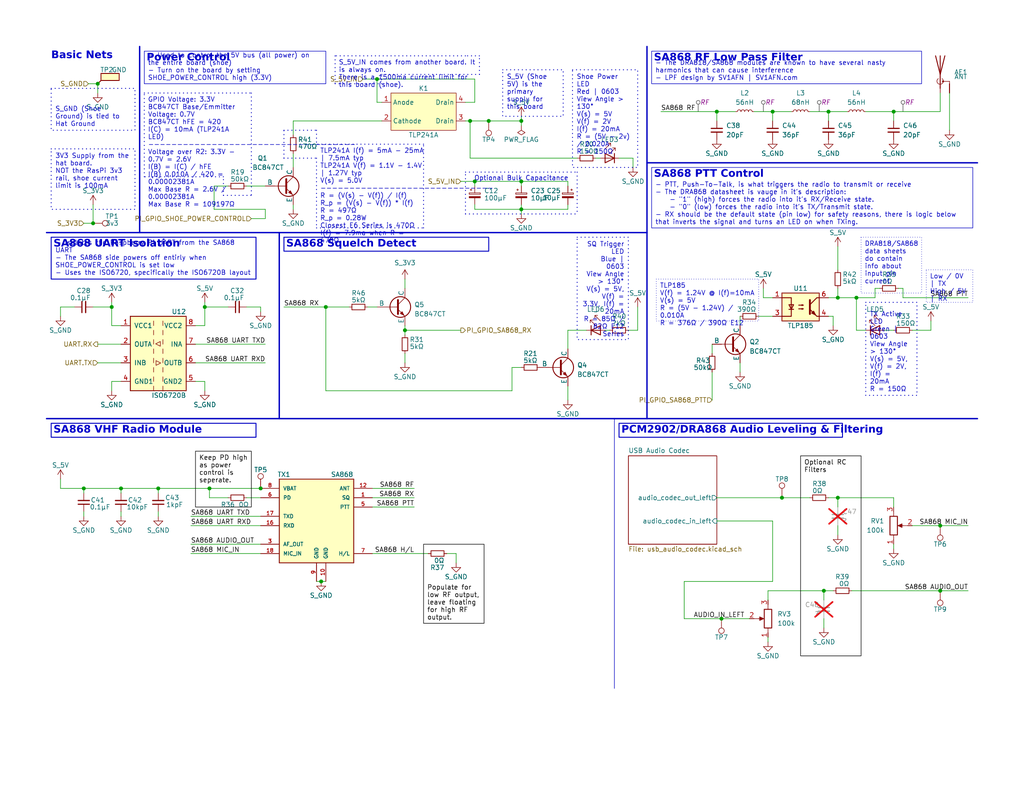
<source format=kicad_sch>
(kicad_sch (version 20231120) (generator "eeschema") (generator_version "8.0")
  (paper "A")
  (title_block (title "Giraffe Flight Computer Shoe") (date "2024-10-27") (rev "REV A"))
  (lib_symbols
    (symbol "Connector:TestPoint" (pin_numbers hide) (pin_names (offset 0.762) hide)
      (property "Reference" "TP" (at 0 6.858 0))
      (property "Value" "TestPoint" (at 0 5.08 0))
      (symbol "TestPoint_1_1"
        (pin passive line (at 0 0 90) (length 2.54) (name "1") (number "1"))
      )
    )
    (symbol "Connector:TestPoint_Flag" (pin_numbers hide) (pin_names (offset 0.762) hide)
      (property "Reference" "TP" (at 3.429 1.778 0))
      (property "Value" "TestPoint_Flag" (at 3.302 4.191 0))
      (symbol "TestPoint_Flag_1_1"
        (pin passive line (at 0 0 90) (length 0) (name "1") (number "1"))
      )
    )
    (symbol "Device:C_Polarized_Small" (pin_numbers hide) (pin_names (offset 0.254) hide)
      (property "Reference" "C" (at 0.254 1.778 0))
      (property "Value" "C_Polarized_Small" (at 0.254 -2.032 0))
      (symbol "C_Polarized_Small_1_1"
        (pin passive line (at 0 2.54 270) (length 1.8542) (name "~") (number "1"))
        (pin passive line (at 0 -2.54 90) (length 1.8542) (name "~") (number "2"))
      )
    )
    (symbol "Device:C_Small" (pin_numbers hide) (pin_names (offset 0.254) hide)
      (property "Reference" "C" (at 0.254 1.778 0))
      (property "Value" "C_Small" (at 0.254 -2.032 0))
      (symbol "C_Small_1_1"
        (pin passive line (at 0 2.54 270) (length 2.032) (name "~") (number "1"))
        (pin passive line (at 0 -2.54 90) (length 2.032) (name "~") (number "2"))
      )
    )
    (symbol "Device:L_Small" (pin_numbers hide) (pin_names (offset 0.254) hide)
      (property "Reference" "L" (at 0.762 1.016 0))
      (property "Value" "L_Small" (at 0.762 -1.016 0))
      (symbol "L_Small_1_1"
        (pin passive line (at 0 2.54 270) (length 0.508) (name "~") (number "1"))
        (pin passive line (at 0 -2.54 90) (length 0.508) (name "~") (number "2"))
      )
    )
    (symbol "Device:R_Small" (pin_numbers hide) (pin_names (offset 0.254) hide)
      (property "Reference" "R" (at 0.762 0.508 0))
      (property "Value" "R_Small" (at 0.762 -1.016 0))
      (symbol "R_Small_1_1"
        (pin passive line (at 0 2.54 270) (length 0.762) (name "~") (number "1"))
        (pin passive line (at 0 -2.54 90) (length 0.762) (name "~") (number "2"))
      )
    )
    (symbol "ISO6721B_1" (pin_names (offset 1.016))
      (property "Reference" "U" (at -7.62 11.43 0))
      (property "Value" "ISO6720B" (at -7.62 -11.43 0))
      (symbol "ISO6721B_1_1_1"
        (pin power_in line (at -10.16 7.62 0) (length 2.54) (name "VCC1") (number "1"))
        (pin output line (at -10.16 2.54 0) (length 2.54) (name "OUTA") (number "2"))
        (pin input line (at -10.16 -2.54 0) (length 2.54) (name "INB") (number "3"))
        (pin power_in line (at -10.16 -7.62 0) (length 2.54) (name "GND1") (number "4"))
        (pin power_in line (at 10.16 -7.62 180) (length 2.54) (name "GND2") (number "5"))
        (pin output line (at 10.16 -2.54 180) (length 2.54) (name "OUTB") (number "6"))
        (pin input line (at 10.16 2.54 180) (length 2.54) (name "INA") (number "7"))
        (pin power_in line (at 10.16 7.62 180) (length 2.54) (name "VCC2") (number "8"))
      )
    )
    (symbol "Isolator:TLP185"
      (property "Reference" "U" (at -5.08 5.08 0))
      (property "Value" "TLP185" (at -5.08 -5.08 0))
      (symbol "TLP185_1_1"
        (pin passive line (at -7.62 2.54 0) (length 2.54) (name "~") (number "1"))
        (pin passive line (at -7.62 -2.54 0) (length 2.54) (name "~") (number "3"))
        (pin passive line (at 7.62 -2.54 180) (length 2.54) (name "~") (number "4"))
        (pin passive line (at 7.62 2.54 180) (length 2.54) (name "~") (number "6"))
      )
    )
    (symbol "giraffe_symbols:Antenna_Shield" (pin_numbers hide) (pin_names (offset 1.016) hide)
      (property "Reference" "AE1" (at 3.81 0.635 0))
      (property "Value" "~" (at 3.81 -0.635 0))
      (symbol "Antenna_Shield_1_1"
        (pin input line (at 0 -5.08 90) (length 2.54) (name "A") (number "1"))
        (pin input line (at 2.54 -5.08 90) (length 2.54) (name "Shield") (number "2"))
        (pin input line (at 2.54 -5.08 90) (length 2.54) (name "Shield") (number "3"))
        (pin input line (at 2.54 -5.08 90) (length 2.54) (name "Shield") (number "4"))
        (pin input line (at 2.54 -5.08 90) (length 2.54) (name "Shield") (number "5"))
      )
    )
    (symbol "giraffe_symbols:BC847AT" (pin_numbers hide) (pin_names (offset 0))
      (property "Reference" "Q2" (at 5.08 0.635 0))
      (property "Value" "BC847CT" (at 5.08 -1.905 0))
      (symbol "BC847AT_1_1"
        (pin input line (at -5.08 0 0) (length 2.54) (name "B") (number "1"))
        (pin open_emitter line (at 2.54 -5.08 90) (length 2.54) (name "E") (number "2"))
        (pin open_collector line (at 2.54 5.08 270) (length 2.54) (name "C") (number "3"))
      )
    )
    (symbol "giraffe_symbols:Generic_LED" (pin_numbers hide) (pin_names (offset 1.016) hide)
      (property "Reference" "LED" (at 0 -3.81 0))
      (property "Value" "LED" (at 0 5.08 0))
      (symbol "Generic_LED_1_1"
        (pin passive line (at 2.54 0 180) (length 2.54) (name "K") (number "1"))
        (pin passive line (at -2.54 0 0) (length 2.54) (name "A") (number "2"))
      )
    )
    (symbol "giraffe_symbols:R_Potentiometer" (pin_names (offset 1.016) hide)
      (property "Reference" "RV1" (at -2.54 1.27 0))
      (property "Value" "R_Potentiometer" (at -2.54 -1.27 0))
      (symbol "R_Potentiometer_1_1"
        (pin passive line (at 0 5.08 270) (length 1.27) (name "1") (number "1"))
        (pin passive line (at 5.08 0 180) (length 1.27) (name "2") (number "2"))
        (pin passive line (at 0 -5.08 90) (length 1.27) (name "3") (number "3"))
      )
    )
    (symbol "giraffe_symbols:SA868" (pin_names (offset 1.016))
      (property "Reference" "TX1" (at -8.255 15.875 0))
      (property "Value" "SA868" (at -6.985 13.335 0))
      (symbol "SA868_0_0"
        (pin output line (at 15.24 7.62 180) (length 5.08) (name "SQ") (number "1"))
        (pin power_in line (at 2.54 -15.24 90) (length 5.08) (name "GND") (number "10"))
        (pin passive line (at 15.24 10.16 180) (length 5.08) (name "ANT") (number "12"))
        (pin input line (at -15.24 0 0) (length 5.08) (name "RXD") (number "16"))
        (pin output line (at -15.24 2.54 0) (length 5.08) (name "TXD") (number "17"))
        (pin input line (at -15.24 -7.62 0) (length 5.08) (name "MIC_IN") (number "18"))
        (pin output line (at -15.24 -5.08 0) (length 5.08) (name "AF_OUT") (number "3"))
        (pin input line (at 15.24 5.08 180) (length 5.08) (name "PTT") (number "5"))
        (pin input line (at -15.24 7.62 0) (length 5.08) (name "PD") (number "6"))
        (pin input line (at 15.24 -7.62 180) (length 5.08) (name "H/L") (number "7"))
        (pin power_in line (at -15.24 10.16 0) (length 5.08) (name "VBAT") (number "8"))
        (pin power_in line (at 0 -15.24 90) (length 5.08) (name "GND") (number "9"))
      )
      (symbol "SA868_1_1"
        (pin no_connect line (at 15.24 -5.08 180) (length 0) hide (name "NC") (number "11"))
        (pin no_connect line (at 0 15.24 270) (length 0) hide (name "NC") (number "13"))
        (pin no_connect line (at 2.54 15.24 270) (length 0) hide (name "NC") (number "14"))
        (pin no_connect line (at -2.54 -15.24 90) (length 0) hide (name "NC") (number "15"))
        (pin no_connect line (at 5.08 15.24 270) (length 0) hide (name "NC") (number "2"))
        (pin no_connect line (at -5.08 -15.24 90) (length 0) hide (name "NC") (number "4"))
        (pin no_connect line (at 15.24 -2.54 180) (length 0) hide (name "NC") (number "P2"))
        (pin no_connect line (at 15.24 0 180) (length 0) hide (name "NC") (number "P3"))
      )
    )
    (symbol "giraffe_symbols:S_3V3" (power) (pin_names (offset 0))
      (property "Value" "S_3V3" (at 0 5.08 0))
      (symbol "S_3V3_1_1"
        (pin power_in line (at 0 0 90) (length 0) hide (name "S_3V3") (number "1"))
      )
    )
    (symbol "giraffe_symbols:S_5V" (power) (pin_names (offset 0))
      (property "Value" "S_5V" (at 0 5.08 0))
      (symbol "S_5V_1_1"
        (pin power_in line (at 0 0 90) (length 0) hide (name "S_5V") (number "1"))
      )
    )
    (symbol "giraffe_symbols:S_GND" (power) (pin_names (offset 0))
      (property "Value" "S_GND" (at 0 -3.81 0))
      (symbol "S_GND_1_1"
        (pin power_in line (at 0 0 270) (length 0) hide (name "S_GND") (number "1"))
      )
    )
    (symbol "giraffe_symbols:TLP241A"
      (property "Reference" "K1" (at 7.62 6.35 0))
      (property "Value" "TLP241A" (at -5.08 6.35 0))
      (symbol "TLP241A_1_1"
        (pin input line (at -11.43 2.54 0) (length 2.54) (name "Anode") (number "1"))
        (pin input line (at -11.43 -2.54 0) (length 2.54) (name "Cathode") (number "2"))
        (pin passive line (at 11.43 -2.54 180) (length 2.54) (name "Drain") (number "3"))
        (pin passive line (at 11.43 2.54 180) (length 2.54) (name "Drain") (number "4"))
      )
    )
    (symbol "power:PWR_FLAG" (power) (pin_numbers hide) (pin_names (offset 0) hide)
      (property "Value" "PWR_FLAG" (at 0 3.81 0))
      (symbol "PWR_FLAG_0_0"
        (pin power_out line (at 0 0 90) (length 0) (name "~") (number "1"))
      )
    )
  )
  (junction (at 210.82 30.48))
  (junction (at 213.36 135.89))
  (junction (at 226.06 30.48))
  (junction (at 256.54 161.29))
  (junction (at 133.35 33.02))
  (junction (at 195.58 30.48))
  (junction (at 88.9 83.82))
  (junction (at 224.79 161.29))
  (junction (at 33.02 133.35))
  (junction (at 55.88 83.82))
  (junction (at 71.12 133.35))
  (junction (at 196.85 168.91))
  (junction (at 142.24 33.02))
  (junction (at 25.4 60.96))
  (junction (at 243.84 30.48))
  (junction (at 256.54 143.51))
  (junction (at 87.63 158.75))
  (junction (at 26.67 22.86))
  (junction (at 129.54 49.53))
  (junction (at 57.15 133.35))
  (junction (at 228.6 81.28))
  (junction (at 30.48 83.82))
  (junction (at 233.68 81.28))
  (junction (at 142.24 49.53))
  (junction (at 142.24 57.15))
  (junction (at 22.86 133.35))
  (junction (at 128.27 33.02))
  (junction (at 110.49 90.17))
  (junction (at 102.87 21.59))
  (junction (at 43.18 133.35))
  (junction (at 228.6 135.89))
  (polyline (pts (xy 91.44 22.86) (xy 104.14 22.86)) (stroke (width 0.254) (type dot)))
  (wire (pts (xy 128.27 33.02) (xy 128.27 43.18)))
  (wire (pts (xy 195.58 33.02) (xy 195.58 30.48)))
  (polyline (pts (xy 91.44 15.24) (xy 91.44 22.86)) (stroke (width 0.254) (type dot)))
  (wire (pts (xy 142.24 33.02) (xy 142.24 34.29)))
  (wire (pts (xy 67.31 135.89) (xy 71.12 135.89)))
  (polyline (pts (xy 38.1 12.7) (xy 38.1 63.5)) (stroke (width 0.381)))
  (polyline (pts (xy 130.81 20.32) (xy 130.81 15.24)) (stroke (width 0.254) (type dot)))
  (wire (pts (xy 210.82 158.75) (xy 186.69 158.75)))
  (polyline (pts (xy 68.58 25.4) (xy 68.58 53.34)) (stroke (width 0.254) (type dot)))
  (wire (pts (xy 121.92 151.13) (xy 124.46 151.13)))
  (wire (pts (xy 228.6 138.43) (xy 228.6 135.89)))
  (wire (pts (xy 226.06 86.36) (xy 227.33 86.36)))
  (polyline (pts (xy 39.37 25.4) (xy 68.58 25.4)) (stroke (width 0.254) (type dot)))
  (wire (pts (xy 180.34 30.48) (xy 195.58 30.48)))
  (wire (pts (xy 226.06 81.28) (xy 228.6 81.28)))
  (wire (pts (xy 248.92 143.51) (xy 256.54 143.51)))
  (polyline (pts (xy 39.37 48.26) (xy 39.37 25.4)) (stroke (width 0.254) (type dot)))
  (wire (pts (xy 33.02 134.62) (xy 33.02 133.35)))
  (wire (pts (xy 26.67 93.98) (xy 33.02 93.98)))
  (wire (pts (xy 194.31 101.6) (xy 194.31 109.22)))
  (wire (pts (xy 154.94 49.53) (xy 154.94 50.8)))
  (wire (pts (xy 208.28 81.28) (xy 210.82 81.28)))
  (wire (pts (xy 173.99 90.17) (xy 171.45 90.17)))
  (wire (pts (xy 241.3 90.17) (xy 243.84 90.17)))
  (wire (pts (xy 86.36 158.75) (xy 87.63 158.75)))
  (wire (pts (xy 139.7 100.33) (xy 139.7 106.68)))
  (wire (pts (xy 129.54 57.15) (xy 142.24 57.15)))
  (polyline (pts (xy 176.53 12.7) (xy 176.53 63.5)) (stroke (width 0.381)))
  (wire (pts (xy 43.18 140.97) (xy 43.18 139.7)))
  (wire (pts (xy 227.33 86.36) (xy 227.33 88.9)))
  (wire (pts (xy 129.54 49.53) (xy 142.24 49.53)))
  (wire (pts (xy 25.4 83.82) (xy 30.48 83.82)))
  (wire (pts (xy 226.06 30.48) (xy 226.06 33.02)))
  (wire (pts (xy 72.39 59.69) (xy 68.58 59.69)))
  (wire (pts (xy 55.88 83.82) (xy 62.23 83.82)))
  (wire (pts (xy 238.76 78.74) (xy 240.03 78.74)))
  (wire (pts (xy 87.63 158.75) (xy 88.9 158.75)))
  (wire (pts (xy 43.18 133.35) (xy 33.02 133.35)))
  (polyline (pts (xy 86.36 62.23) (xy 115.57 62.23)) (stroke (width 0.254) (type dot)))
  (wire (pts (xy 16.51 133.35) (xy 22.86 133.35)))
  (polyline (pts (xy 76.2 63.5) (xy 76.2 114.3)) (stroke (width 0.381)))
  (wire (pts (xy 226.06 30.48) (xy 231.14 30.48)))
  (wire (pts (xy 195.58 30.48) (xy 200.66 30.48)))
  (wire (pts (xy 52.07 151.13) (xy 71.12 151.13)))
  (wire (pts (xy 243.84 138.43) (xy 243.84 135.89)))
  (wire (pts (xy 72.39 50.8) (xy 67.31 50.8)))
  (polyline (pts (xy 86.36 43.18) (xy 86.36 62.23)) (stroke (width 0.254) (type dot)))
  (wire (pts (xy 142.24 49.53) (xy 142.24 50.8)))
  (wire (pts (xy 254 90.17) (xy 254 87.63)))
  (wire (pts (xy 142.24 58.42) (xy 142.24 57.15)))
  (wire (pts (xy 228.6 81.28) (xy 233.68 81.28)))
  (wire (pts (xy 207.01 86.36) (xy 210.82 86.36)))
  (wire (pts (xy 243.84 148.59) (xy 243.84 149.86)))
  (wire (pts (xy 101.6 138.43) (xy 113.03 138.43)))
  (wire (pts (xy 33.02 140.97) (xy 33.02 139.7)))
  (wire (pts (xy 195.58 142.24) (xy 210.82 142.24)))
  (wire (pts (xy 154.94 95.25) (xy 154.94 90.17)))
  (polyline (pts (xy 104.14 20.32) (xy 130.81 20.32)) (stroke (width 0.254) (type dot)))
  (wire (pts (xy 166.37 90.17) (xy 165.1 90.17)))
  (wire (pts (xy 30.48 83.82) (xy 30.48 88.9)))
  (polyline (pts (xy 127 58.42) (xy 157.48 58.42)) (stroke (width 0.254) (type dot)))
  (wire (pts (xy 52.07 143.51) (xy 71.12 143.51)))
  (wire (pts (xy 16.51 133.35) (xy 16.51 130.81)))
  (wire (pts (xy 16.51 83.82) (xy 20.32 83.82)))
  (wire (pts (xy 110.49 90.17) (xy 110.49 88.9)))
  (wire (pts (xy 204.47 168.91) (xy 196.85 168.91)))
  (polyline (pts (xy 176.53 63.5) (xy 176.53 114.3)) (stroke (width 0.381)))
  (polyline (pts (xy 76.2 114.3) (xy 176.53 114.3)) (stroke (width 0.381)))
  (wire (pts (xy 208.28 78.74) (xy 208.28 81.28)))
  (wire (pts (xy 142.24 57.15) (xy 154.94 57.15)))
  (wire (pts (xy 80.01 36.83) (xy 80.01 33.02)))
  (wire (pts (xy 43.18 134.62) (xy 43.18 133.35)))
  (wire (pts (xy 243.84 30.48) (xy 256.54 30.48)))
  (wire (pts (xy 25.4 60.96) (xy 25.4 55.88)))
  (wire (pts (xy 110.49 90.17) (xy 125.73 90.17)))
  (wire (pts (xy 209.55 163.83) (xy 209.55 161.29)))
  (wire (pts (xy 129.54 27.94) (xy 127 27.94)))
  (polyline (pts (xy 12.7 63.5) (xy 176.53 63.5)) (stroke (width 0.381)))
  (wire (pts (xy 30.48 104.14) (xy 33.02 104.14)))
  (wire (pts (xy 22.86 134.62) (xy 22.86 133.35)))
  (wire (pts (xy 100.33 83.82) (xy 102.87 83.82)))
  (wire (pts (xy 99.06 21.59) (xy 102.87 21.59)))
  (wire (pts (xy 101.6 133.35) (xy 113.03 133.35)))
  (wire (pts (xy 43.18 133.35) (xy 57.15 133.35)))
  (wire (pts (xy 80.01 41.91) (xy 80.01 45.72)))
  (wire (pts (xy 77.47 83.82) (xy 88.9 83.82)))
  (wire (pts (xy 238.76 81.28) (xy 233.68 81.28)))
  (wire (pts (xy 172.72 43.18) (xy 172.72 45.72)))
  (wire (pts (xy 129.54 27.94) (xy 129.54 21.59)))
  (polyline (pts (xy 127 46.99) (xy 157.48 46.99)) (stroke (width 0.254) (type dot)))
  (wire (pts (xy 142.24 49.53) (xy 154.94 49.53)))
  (wire (pts (xy 209.55 173.99) (xy 209.55 175.26)))
  (wire (pts (xy 154.94 105.41) (xy 154.94 109.22)))
  (wire (pts (xy 243.84 30.48) (xy 243.84 33.02)))
  (wire (pts (xy 210.82 30.48) (xy 210.82 33.02)))
  (wire (pts (xy 88.9 83.82) (xy 95.25 83.82)))
  (wire (pts (xy 248.92 90.17) (xy 254 90.17)))
  (wire (pts (xy 256.54 30.48) (xy 256.54 25.4)))
  (polyline (pts (xy 115.57 39.37) (xy 86.36 39.37)) (stroke (width 0.254) (type dot)))
  (wire (pts (xy 71.12 133.35) (xy 57.15 133.35)))
  (wire (pts (xy 88.9 106.68) (xy 88.9 83.82)))
  (wire (pts (xy 128.27 33.02) (xy 133.35 33.02)))
  (wire (pts (xy 201.93 99.06) (xy 201.93 101.6)))
  (wire (pts (xy 256.54 143.51) (xy 264.16 143.51)))
  (wire (pts (xy 228.6 146.05) (xy 228.6 143.51)))
  (wire (pts (xy 30.48 104.14) (xy 30.48 106.68)))
  (wire (pts (xy 133.35 33.02) (xy 142.24 33.02)))
  (wire (pts (xy 58.42 50.8) (xy 62.23 50.8)))
  (polyline (pts (xy 157.48 46.99) (xy 157.48 58.42)) (stroke (width 0.254) (type dot)))
  (wire (pts (xy 226.06 135.89) (xy 228.6 135.89)))
  (polyline (pts (xy 176.53 114.3) (xy 266.7 114.3)) (stroke (width 0.381)))
  (polyline (pts (xy 60.96 53.34) (xy 60.96 48.26)) (stroke (width 0.254) (type dot)))
  (wire (pts (xy 57.15 135.89) (xy 62.23 135.89)))
  (wire (pts (xy 116.84 151.13) (xy 101.6 151.13)))
  (wire (pts (xy 55.88 88.9) (xy 53.34 88.9)))
  (wire (pts (xy 72.39 57.15) (xy 72.39 59.69)))
  (wire (pts (xy 30.48 82.55) (xy 30.48 83.82)))
  (wire (pts (xy 55.88 104.14) (xy 55.88 106.68)))
  (wire (pts (xy 228.6 81.28) (xy 228.6 78.74)))
  (polyline (pts (xy 127 15.24) (xy 91.44 15.24)) (stroke (width 0.254) (type dot)))
  (wire (pts (xy 16.51 86.36) (xy 16.51 83.82)))
  (wire (pts (xy 224.79 171.45) (xy 224.79 168.91)))
  (wire (pts (xy 186.69 158.75) (xy 186.69 168.91)))
  (polyline (pts (xy 127 58.42) (xy 127 46.99)) (stroke (width 0.254) (type dot)))
  (wire (pts (xy 224.79 163.83) (xy 224.79 161.29)))
  (wire (pts (xy 142.24 55.88) (xy 142.24 57.15)))
  (polyline (pts (xy 167.64 114.3) (xy 167.64 187.96)))
  (wire (pts (xy 162.56 43.18) (xy 163.83 43.18)))
  (wire (pts (xy 232.41 161.29) (xy 256.54 161.29)))
  (wire (pts (xy 55.88 83.82) (xy 55.88 88.9)))
  (wire (pts (xy 110.49 91.44) (xy 110.49 90.17)))
  (wire (pts (xy 80.01 33.02) (xy 104.14 33.02)))
  (polyline (pts (xy 77.47 35.56) (xy 86.36 35.56)) (stroke (width 0.254) (type dot)))
  (polyline (pts (xy 60.96 48.26) (xy 39.37 48.26)) (stroke (width 0.254) (type dot)))
  (wire (pts (xy 72.39 57.15) (xy 58.42 57.15)))
  (wire (pts (xy 110.49 99.06) (xy 110.49 96.52)))
  (wire (pts (xy 236.22 30.48) (xy 243.84 30.48)))
  (wire (pts (xy 210.82 142.24) (xy 210.82 158.75)))
  (wire (pts (xy 102.87 21.59) (xy 129.54 21.59)))
  (wire (pts (xy 125.73 49.53) (xy 129.54 49.53)))
  (polyline (pts (xy 86.36 35.56) (xy 86.36 39.37)) (stroke (width 0.254) (type dot)))
  (wire (pts (xy 220.98 30.48) (xy 226.06 30.48)))
  (wire (pts (xy 53.34 99.06) (xy 72.39 99.06)))
  (wire (pts (xy 246.38 81.28) (xy 264.16 81.28)))
  (wire (pts (xy 101.6 135.89) (xy 113.03 135.89)))
  (wire (pts (xy 24.13 22.86) (xy 26.67 22.86)))
  (wire (pts (xy 58.42 57.15) (xy 58.42 50.8)))
  (wire (pts (xy 259.08 25.4) (xy 259.08 35.56)))
  (wire (pts (xy 127 33.02) (xy 128.27 33.02)))
  (wire (pts (xy 129.54 55.88) (xy 129.54 57.15)))
  (wire (pts (xy 201.93 86.36) (xy 201.93 88.9)))
  (wire (pts (xy 53.34 93.98) (xy 72.39 93.98)))
  (wire (pts (xy 228.6 67.31) (xy 228.6 73.66)))
  (wire (pts (xy 142.24 31.75) (xy 142.24 33.02)))
  (polyline (pts (xy 60.96 53.34) (xy 68.58 53.34)) (stroke (width 0.254) (type dot)))
  (wire (pts (xy 124.46 151.13) (xy 124.46 153.67)))
  (wire (pts (xy 52.07 140.97) (xy 71.12 140.97)))
  (wire (pts (xy 195.58 135.89) (xy 213.36 135.89)))
  (wire (pts (xy 172.72 43.18) (xy 168.91 43.18)))
  (wire (pts (xy 128.27 43.18) (xy 157.48 43.18)))
  (polyline (pts (xy 104.14 22.86) (xy 104.14 20.32)) (stroke (width 0.254) (type dot)))
  (wire (pts (xy 186.69 168.91) (xy 196.85 168.91)))
  (wire (pts (xy 194.31 96.52) (xy 194.31 93.98)))
  (wire (pts (xy 30.48 88.9) (xy 33.02 88.9)))
  (polyline (pts (xy 266.7 44.45) (xy 176.53 44.45)) (stroke (width 0.381)))
  (wire (pts (xy 233.68 90.17) (xy 233.68 81.28)))
  (wire (pts (xy 22.86 60.96) (xy 25.4 60.96)))
  (wire (pts (xy 80.01 57.15) (xy 80.01 55.88)))
  (wire (pts (xy 33.02 133.35) (xy 22.86 133.35)))
  (wire (pts (xy 213.36 135.89) (xy 220.98 135.89)))
  (wire (pts (xy 129.54 49.53) (xy 129.54 50.8)))
  (wire (pts (xy 224.79 161.29) (xy 209.55 161.29)))
  (wire (pts (xy 57.15 133.35) (xy 57.15 135.89)))
  (wire (pts (xy 139.7 106.68) (xy 88.9 106.68)))
  (wire (pts (xy 102.87 21.59) (xy 102.87 27.94)))
  (wire (pts (xy 55.88 83.82) (xy 55.88 82.55)))
  (wire (pts (xy 238.76 78.74) (xy 238.76 81.28)))
  (polyline (pts (xy 77.47 43.18) (xy 86.36 43.18)) (stroke (width 0.254) (type dot)))
  (wire (pts (xy 173.99 90.17) (xy 173.99 83.82)))
  (wire (pts (xy 236.22 90.17) (xy 233.68 90.17)))
  (polyline (pts (xy 130.81 15.24) (xy 127 15.24)) (stroke (width 0.254) (type dot)))
  (wire (pts (xy 26.67 25.4) (xy 26.67 22.86)))
  (wire (pts (xy 139.7 100.33) (xy 142.24 100.33)))
  (wire (pts (xy 228.6 135.89) (xy 243.84 135.89)))
  (wire (pts (xy 246.38 78.74) (xy 246.38 81.28)))
  (polyline (pts (xy 12.7 114.3) (xy 76.2 114.3)) (stroke (width 0.381)))
  (wire (pts (xy 227.33 161.29) (xy 224.79 161.29)))
  (wire (pts (xy 154.94 90.17) (xy 160.02 90.17)))
  (wire (pts (xy 245.11 78.74) (xy 246.38 78.74)))
  (wire (pts (xy 26.67 99.06) (xy 33.02 99.06)))
  (wire (pts (xy 53.34 104.14) (xy 55.88 104.14)))
  (wire (pts (xy 110.49 76.2) (xy 110.49 78.74)))
  (wire (pts (xy 67.31 83.82) (xy 71.12 83.82)))
  (wire (pts (xy 205.74 30.48) (xy 210.82 30.48)))
  (wire (pts (xy 71.12 83.82) (xy 71.12 85.09)))
  (wire (pts (xy 102.87 27.94) (xy 104.14 27.94)))
  (wire (pts (xy 154.94 57.15) (xy 154.94 55.88)))
  (wire (pts (xy 22.86 140.97) (xy 22.86 139.7)))
  (wire (pts (xy 264.16 161.29) (xy 256.54 161.29)))
  (wire (pts (xy 210.82 30.48) (xy 215.9 30.48)))
  (wire (pts (xy 52.07 148.59) (xy 71.12 148.59)))
  (polyline (pts (xy 77.47 43.18) (xy 77.47 35.56)) (stroke (width 0.254) (type dot)))
  (polyline (pts (xy 115.57 62.23) (xy 115.57 39.37)) (stroke (width 0.254) (type dot)))
  (text_box "- The DRA818/SA868 modules are known to have several nasty harmonics that can cause interference\n- LPF design by SV1AFN | SV1AFN.com" (at 177.8 13.97 0) (size 73.66 8.89) (effects (font (size 1.27 1.27)) (justify left bottom)))
  (text_box "3V3 Supply from the hat board.\nNOT the RasPi 3v3 rail, shoe current limit is 100mA" (at 13.97 40.64 0) (size 22.86 16.51) (stroke (width 0.254) (type dot)) (effects (font (size 1.27 1.27)) (justify left top)))
  (text_box "Keep PD high as power control is seperate." (at 53.34 123.19 0) (size 15.24 15.24) (stroke (width 0) (color 0 0 0 1)) (effects (font (size 1.27 1.27)) (justify left top)))
  (text_box "Optional RC Filters" (at 218.44 124.46 0) (size 16.51 54.61) (stroke (width 0) (color 0 0 0 1)) (effects (font (size 1.27 1.27)) (justify left top)))
  (text_box "Shoe Power LED\nRed | 0603\nView Angle > 130°\nV(s) = 5V\nV(f) = 2V\nI(f) = 20mA\nR = (5V - 2v) / 0.020A\nR = 150Ω" (at 156.21 19.05 0) (size 17.78 26.67) (stroke (width 0.254) (type dot)) (effects (font (size 1.27 1.27)) (justify left top)))
  (text_box "Populate for low RF output, leave floating for high RF output." (at 115.57 148.59 0) (size 16.51 21.59) (stroke (width 0) (color 0 0 0 1)) (effects (font (size 1.27 1.27)) (justify left bottom)))
  (text_box "" (at 168.91 115.57 0) (size 60.96 3.81) (stroke (width 0.254)) (effects (font (size 1.27 1.27)) (justify left bottom)))
  (text_box "S_5V (Shoe 5V) is the primary supply for this board" (at 137.16 19.05 0) (size 16.51 12.7) (stroke (width 0.254) (type dot)) (effects (font (size 1.27 1.27)) (justify left top)))
  (text_box "TLP241A I(f) = 5mA - 25mA | 7.5mA typ\nTLP241A V(f) = 1.1V - 1.4V | 1.27V typ\nV(s) = 5.0V\n------------------------------\nR = (V(s) - V(f)) / I(f)\nR_p = (V(s) - V(f)) * I(f)\nR = 497Ω\nR_p = 0.28W\nClosest E6 Series is 470Ω\nI(f) = 7.9ma when R = 470Ω" (at 86.36 39.37 0) (size 30.48 22.86) (stroke (width -0.0001) (color 0 0 0 1)) (effects (font (size 1.27 1.27)) (justify left top)))
  (text_box "TLP185\nV(f) = 1.24V @ I(f)=10mA\nV(s) = 5V\nR = (5V - 1.24V) / 0.010A\nR = 376Ω / 390Ω E12" (at 179.07 76.2 0) (size 27.94 11.43) (stroke (width 0) (type dot)) (effects (font (size 1.27 1.27)) (justify left top)))
  (text_box "- PTT, Push-To-Talk, is what triggers the radio to transmit or receive\n- The DRA868 datasheet is vauge in it's description:\n    - \"1\" (high) forces the radio into it's RX/Receive state.\n    - \"0\" (low) forces the radio into it's TX/Transmit state.\n- RX should be the default state (pin low) for safety reasons, there is logic below that inverts the signal and turns an LED on when TXing." (at 177.8 45.72 0) (size 87.63 16.51) (effects (font (size 1.27 1.27)) (justify left bottom)))
  (text_box "Low / 0V | TX\nHigh / 5V | RX" (at 252.73 73.66 0) (size 12.7 8.89) (stroke (width 0) (type dot)) (effects (font (size 1.27 1.27)) (justify left top)))
  (text_box "S_5V_IN comes from another board. It is always on.\nThere is a 1500ma current limit for this board (shoe)." (at 91.44 15.24 0) (size 39.37 5.08) (stroke (width -0.0001) (type dot)) (effects (font (size 1.27 1.27)) (justify left top)))
  (text_box "TX Active LED\nGreen | 0603\nView Angle > 130°\nV(s) = 5V, V(f) = 2V, I(f) = 20mA\nR = 150Ω" (at 236.22 82.55 0) (size 13.97 25.4) (stroke (width 0.254) (type dot)) (effects (font (size 1.27 1.27)) (justify left bottom)))
  (text_box "S_GND (Shoe Ground) is tied to Hat Ground" (at 13.97 24.13 0) (size 22.86 11.43) (stroke (width 0.254) (type dot)) (effects (font (size 1.27 1.27)) (justify left bottom)))
  (text_box "- Used to control the 5V bus (all power) on the entire board (shoe)\n- Turn on the board by setting SHOE_POWER_CONTROL high (3.3V)" (at 39.37 13.97 0) (size 49.53 8.89) (effects (font (size 1.27 1.27)) (justify left bottom)))
  (text_box "GPIO Voltage: 3.3V\nBC847CT Base/Emmitter Voltage: 0.7V\nBC847CT hFE = 420\nI(C) = 10mA (TLP241A LED)\n------------------------------------\nVoltage over R2: 3.3V - 0.7V = 2.6V\nI(B) = I(C) / hFE\nI(B) 0.010A / 420 = 0.00002381A\nMax Base R = 2.6V / 0.00002381A\nMax Base R = 109197Ω" (at 39.37 25.4 0) (size 29.21 22.86) (stroke (width -0.0001) (color 0 0 0 1)) (effects (font (size 1.27 1.27)) (justify left top)))
  (text_box "" (at 13.97 115.57 0) (size 55.88 3.81) (stroke (width 0.254)) (effects (font (size 1.27 1.27)) (justify left bottom)))
  (text_box "\n" (at 77.47 64.77 0) (size 55.88 3.81) (stroke (width 0.254)) (effects (font (size 1.27 1.27)) (justify left bottom)))
  (text_box "SQ Trigger LED\nBlue | 0603\nView Angle > 130°\nV(s) = 5V, V(f) = 3.3V, I(f) = 20mA\nR = 85Ω / 82Ω E12 Series" (at 157.48 64.77 0) (size 13.97 27.94) (stroke (width 0.254) (type dot)) (effects (font (size 1.27 1.27)) (justify right top)))
  (text_box "DRA818/SA868 data sheets do contain info about input pin current" (at 234.95 64.77 0) (size 16.51 15.24) (stroke (width 0) (type dot)) (effects (font (size 1.27 1.27)) (justify left top)))
  (text_box "- Isolates the Raspberry Pi UART from the SA868 UART\n- The SA868 side powers off entirly when SHOE_POWER_CONTROL is set low\n- Uses the ISO6720, specifically the ISO6720B layout" (at 13.97 64.77 0) (size 55.88 11.43) (stroke (width 0.254)) (effects (font (size 1.27 1.27)) (justify left bottom)))
  (text "PCM2902/DRA868 Audio Leveling & Filtering" (at 169.545 116.84 0) (effects (font (size 2.032 2.032) (thickness 0.36) (bold yes)) (justify left top)))
  (text "SA868 UART Isolation" (at 14.605 66.04 0) (effects (font (size 2.032 2.032) (thickness 0.36) (bold yes)) (justify left top)))
  (text "SA868 RF Low Pass Filter" (at 178.435 15.24 0) (effects (font (size 2.032 2.032) (thickness 0.36) (bold yes)) (justify left top)))
  (text "Optional Bulk Capacitance" (at 142.24 49.53 0) (effects (font (size 1.27 1.27) (thickness 0.1588)) (justify bottom)))
  (text "Power Control" (at 40.005 15.24 0) (effects (font (size 2.032 2.032) (thickness 0.36) (bold yes)) (justify left top)))
  (text "SA868 PTT Control" (at 178.435 46.99 0) (effects (font (size 2.032 2.032) (thickness 0.36) (bold yes)) (justify left top)))
  (text "SA868 VHF Radio Module" (at 14.605 116.84 0) (effects (font (size 2.032 2.032) (thickness 0.36) (bold yes)) (justify left top)))
  (text "SA868 Squelch Detect" (at 78.105 66.04 0) (effects (font (size 2.032 2.032) (thickness 0.36) (bold yes)) (justify left top)))
  (text "Basic Nets" (at 13.97 14.605 0) (effects (font (size 2.032 2.032) (thickness 0.36) (bold yes)) (justify left top)))
  (label "SA868 UART TXD" (at 52.07 140.97 0))
  (label "SA868 UART RXD" (at 72.39 99.06 180))
  (label "SA868 RX" (at 113.03 135.89 180))
  (label "SA868 H{slash}L" (at 113.03 151.13 180))
  (label "SA868 AUDIO_OUT" (at 264.16 161.29 180))
  (label "SA868 UART TXD" (at 72.39 93.98 180))
  (label "SA868 RF" (at 113.03 133.35 180))
  (label "SA868 RF" (at 180.34 30.48 0))
  (label "SA868 MIC_IN" (at 264.16 143.51 180))
  (label "SA868 RX" (at 77.47 83.82 0))
  (label "AUDIO_IN_LEFT" (at 189.23 168.91 0))
  (label "SA868 PTT" (at 264.16 81.28 180))
  (label "SA868 MIC_IN" (at 52.07 151.13 0))
  (label "SA868 UART RXD" (at 52.07 143.51 0))
  (label "SA868 AUDIO_OUT" (at 52.07 148.59 0))
  (label "SA868 PTT" (at 113.03 138.43 180))
  (hierarchical_label "PI_GPIO_SA868_RX" (shape output) (at 125.73 90.17 0))
  (hierarchical_label "UART.RX" (shape output) (at 26.67 93.98 180))
  (hierarchical_label "S_3V3" (shape input) (at 22.86 60.96 180))
  (hierarchical_label "S_GND" (shape input) (at 24.13 22.86 180))
  (hierarchical_label "PI_GPIO_SHOE_POWER_CONTROL" (shape input) (at 68.58 59.69 180))
  (hierarchical_label "S_5V_IN" (shape input) (at 99.06 21.59 180))
  (hierarchical_label "UART.TX" (shape input) (at 26.67 99.06 180))
  (hierarchical_label "PI_GPIO_SA868_PTT" (shape input) (at 194.31 109.22 180))
  (hierarchical_label "S_5V_IN" (shape input) (at 125.73 49.53 180))
  (netclass_flag "" (length 2.54) (shape round) (at 223.52 30.48 0) (property "Netclass" "RF" (at 224.028 27.94 0) (effects (font (italic yes)) (justify left))))
  (netclass_flag "" (length 2.54) (shape round) (at 246.38 30.48 0) (property "Netclass" "RF" (at 246.888 27.94 0) (effects (font (italic yes)) (justify left))))
  (netclass_flag "" (length 2.54) (shape round) (at 208.28 30.48 0) (property "Netclass" "RF" (at 208.788 27.94 0) (effects (font (italic yes)) (justify left))))
  (netclass_flag "" (length 2.54) (shape round) (at 190.5 30.48 0) (property "Netclass" "RF" (at 191.008 27.94 0) (effects (font (italic yes)) (justify left))))
  (symbol (lib_id "Device:C_Small") (at 228.6 140.97 0) (unit 1) (dnp yes)
    (property "Reference" "C47" (at 229.87 139.7 0) (effects (justify left)))
    (property "Value" "?" (at 229.87 142.24 0) (effects (justify left)))
    (property "Footprint" "Resistor_SMD:R_0805_2012Metric" (effects (hide yes)))
  )
  (symbol (lib_id "giraffe_symbols:SA868") (at 86.36 143.51 0) (unit 1)
    (property "Reference" "TX1" (at 77.47 129.54 0))
    (property "Value" "SA868" (at 93.345 129.54 0))
    (property "Footprint" "giraffe_flight_computer_footprints:DORJI_DRA818V" (effects (hide yes)))
    (property "STANDARD" "MANUFACTURER RECOMMENDATION" (effects (hide yes)))
    (property "MANUFACTURER" "NiceR" (effects (hide yes)))
    (property "PART_REV" "1.23" (effects (hide yes)))
    (property "Digikey" "eBay" (effects (hide yes)))
    (property "Unit Price" "12.28" (effects (hide yes)))
  )
  (symbol (lib_id "giraffe_symbols:S_GND") (at 195.58 38.1 0) (unit 1)
    (property "Reference" "#PWR078" (effects (hide yes)))
    (property "Value" "S_GND" (at 195.58 41.91 0))
  )
  (symbol (lib_id "Device:R_Small") (at 204.47 86.36 270) (mirror x) (unit 1)
    (property "Reference" "R34" (at 206.375 82.55 90) (effects (justify right)))
    (property "Value" "390Ω" (at 206.375 84.455 90) (effects (justify right)))
    (property "Footprint" "Resistor_SMD:R_0603_1608Metric" (effects (hide yes)))
  )
  (symbol (lib_id "Connector:TestPoint") (at 71.12 133.35 0) (unit 1)
    (property "Reference" "TP5" (at 71.12 128.27 0))
    (property "Value" "TestPoint" (effects (hide yes)))
    (property "Footprint" "TestPoint:TestPoint_Pad_D1.0mm" (effects (hide yes)))
    (property "Description" "test point" (effects (hide yes)))
  )
  (symbol (lib_id "giraffe_symbols:S_GND") (at 43.18 140.97 0) (unit 1)
    (property "Reference" "#PWR087" (effects (hide yes)))
    (property "Value" "S_GND" (at 43.18 144.78 0))
  )
  (symbol (lib_id "Connector:TestPoint") (at 213.36 135.89 0) (unit 1)
    (property "Reference" "TP8" (at 213.36 130.81 0))
    (property "Value" "TestPoint" (effects (hide yes)))
    (property "Footprint" "TestPoint:TestPoint_Pad_D1.0mm" (effects (hide yes)))
    (property "Description" "test point" (effects (hide yes)))
  )
  (symbol (lib_id "Device:L_Small") (at 218.44 30.48 90) (unit 1)
    (property "Reference" "L3" (at 218.44 25.4 90))
    (property "Value" "68nH" (at 218.44 27.94 90))
    (property "Footprint" "Inductor_SMD:L_0603_1608Metric_Pad1.05x0.95mm_HandSolder" (effects (hide yes)))
  )
  (symbol (lib_id "Connector:TestPoint") (at 133.35 33.02 180) (unit 1)
    (property "Reference" "TP4" (at 133.35 38.1 0))
    (property "Value" "TestPoint" (effects (hide yes)))
    (property "Footprint" "TestPoint:TestPoint_Pad_D1.0mm" (effects (hide yes)))
    (property "Description" "test point" (effects (hide yes)))
  )
  (symbol (lib_id "giraffe_symbols:S_GND") (at 154.94 109.22 0) (mirror y) (unit 1)
    (property "Reference" "#PWR099" (effects (hide yes)))
    (property "Value" "S_GND" (at 154.94 113.03 0))
  )
  (symbol (lib_id "giraffe_symbols:BC847AT") (at 152.4 100.33 0) (unit 1)
    (property "Reference" "Q4" (at 157.48 99.695 0) (effects (justify left)))
    (property "Value" "BC847CT" (at 157.48 102.235 0) (effects (justify left)))
    (property "Footprint" "Package_TO_SOT_SMD:SOT-23" (effects (hide yes)))
    (property "Datasheet" "https://ngspice.sourceforge.io/docs/ngspice-html-manual/manual.xhtml#cha_BJTs" (effects (hide yes)))
    (property "Description" "Bipolar transistor symbol for simulation only, substrate tied to the emitter" (effects (hide yes)))
    (property "Sim.Device" "NPN" (effects (hide yes)))
    (property "Sim.Type" "GUMMELPOON" (effects (hide yes)))
    (property "Sim.Pins" "1=C 2=B 3=E" (effects (hide yes)))
  )
  (symbol (lib_id "Device:C_Small") (at 22.86 137.16 180) (unit 1)
    (property "Reference" "C41" (at 26.67 136.525 0))
    (property "Value" "0.1µF" (at 27.305 138.43 0))
    (property "Footprint" "Capacitor_SMD:C_0603_1608Metric" (effects (hide yes)))
  )
  (symbol (lib_id "giraffe_symbols:S_GND") (at 71.12 85.09 0) (unit 1)
    (property "Reference" "#PWR064" (effects (hide yes)))
    (property "Value" "S_GND" (at 71.12 88.9 0))
  )
  (symbol (lib_id "giraffe_symbols:S_GND") (at 124.46 153.67 0) (unit 1)
    (property "Reference" "#PWR090" (effects (hide yes)))
    (property "Value" "S_GND" (at 124.46 157.48 0))
  )
  (symbol (lib_id "giraffe_symbols:S_GND") (at 87.63 158.75 0) (unit 1)
    (property "Reference" "#PWR088" (effects (hide yes)))
    (property "Value" "S_GND" (at 87.63 162.56 0))
  )
  (symbol (lib_id "giraffe_symbols:S_GND") (at 209.55 175.26 0) (mirror y) (unit 1)
    (property "Reference" "#PWR0101" (effects (hide yes)))
    (property "Value" "S_GND" (at 209.55 179.07 0))
  )
  (symbol (lib_id "Device:R_Small") (at 242.57 78.74 90) (unit 1)
    (property "Reference" "R35" (at 240.665 74.93 90) (effects (justify right)))
    (property "Value" "0Ω" (at 240.665 76.835 90) (effects (justify right)))
    (property "Footprint" "Resistor_SMD:R_0603_1608Metric" (effects (hide yes)))
  )
  (symbol (lib_id "giraffe_symbols:S_GND") (at 55.88 106.68 0) (mirror y) (unit 1)
    (property "Reference" "#PWR076" (effects (hide yes)))
    (property "Value" "S_GND" (at 55.88 110.49 0))
  )
  (symbol (lib_id "giraffe_symbols:S_5V") (at 55.88 82.55 0) (unit 1)
    (property "Reference" "#PWR069" (effects (hide yes)))
    (property "Value" "S_5V" (at 55.88 78.74 0))
  )
  (symbol (lib_id "Device:C_Small") (at 224.79 166.37 0) (mirror y) (unit 1) (dnp yes)
    (property "Reference" "C48" (at 223.52 165.1 0) (effects (justify left)))
    (property "Value" "?" (at 223.52 167.64 0) (effects (justify left)))
    (property "Footprint" "Resistor_SMD:R_0805_2012Metric" (effects (hide yes)))
  )
  (symbol (lib_name "ISO6721B_1") (lib_id "giraffe_symbols:ISO6721B") (at 43.18 96.52 0) (unit 1)
    (property "Reference" "U12" (at 50.8 85.09 0) (effects (justify right)))
    (property "Value" "ISO6720B" (at 50.8 107.95 0) (effects (justify right)))
    (property "Footprint" "Package_SO:SOIC-8_3.9x4.9mm_P1.27mm" (effects (hide yes)))
  )
  (symbol (lib_id "Device:R_Small") (at 194.31 99.06 180) (unit 1)
    (property "Reference" "R43" (at 189.865 98.425 0) (effects (justify right)))
    (property "Value" "50kΩ" (at 189.23 100.33 0) (effects (justify right)))
    (property "Footprint" "Resistor_SMD:R_0603_1608Metric" (effects (hide yes)))
  )
  (symbol (lib_id "giraffe_symbols:BC847AT") (at 77.47 50.8 0) (unit 1)
    (property "Reference" "Q1" (at 73.025 43.18 0) (effects (justify right)))
    (property "Value" "BC847CT" (at 77.47 45.72 0) (effects (justify right)))
    (property "Footprint" "Package_TO_SOT_SMD:SOT-23" (effects (hide yes)))
    (property "Datasheet" "https://ngspice.sourceforge.io/docs/ngspice-html-manual/manual.xhtml#cha_BJTs" (effects (hide yes)))
    (property "Description" "Bipolar transistor symbol for simulation only, substrate tied to the emitter" (effects (hide yes)))
    (property "Sim.Device" "NPN" (effects (hide yes)))
    (property "Sim.Type" "GUMMELPOON" (effects (hide yes)))
    (property "Sim.Pins" "1=C 2=B 3=E" (effects (hide yes)))
  )
  (symbol (lib_id "giraffe_symbols:S_3V3") (at 30.48 82.55 0) (mirror y) (unit 1)
    (property "Reference" "#PWR070" (effects (hide yes)))
    (property "Value" "S_3V3" (at 30.48 78.74 0))
  )
  (symbol (lib_id "giraffe_symbols:S_GND") (at 243.84 38.1 0) (unit 1)
    (property "Reference" "#PWR089" (effects (hide yes)))
    (property "Value" "S_GND" (at 243.84 41.91 0))
  )
  (symbol (lib_id "Device:C_Small") (at 195.58 35.56 0) (unit 1)
    (property "Reference" "C38" (at 198.12 34.29 0) (effects (justify left)))
    (property "Value" "20pF" (at 198.12 36.83 0) (effects (justify left)))
    (property "Footprint" "Capacitor_SMD:C_0603_1608Metric" (effects (hide yes)))
  )
  (symbol (lib_id "Device:R_Small") (at 160.02 43.18 90) (unit 1)
    (property "Reference" "R20" (at 158.115 39.37 90) (effects (justify right)))
    (property "Value" "150Ω" (at 158.115 41.275 90) (effects (justify right)))
    (property "Footprint" "Resistor_SMD:R_0603_1608Metric" (effects (hide yes)))
  )
  (symbol (lib_id "Device:R_Small") (at 144.78 100.33 270) (mirror x) (unit 1)
    (property "Reference" "R21" (at 146.685 96.52 90) (effects (justify right)))
    (property "Value" "5kΩ" (at 146.685 98.425 90) (effects (justify right)))
    (property "Footprint" "Resistor_SMD:R_0603_1608Metric" (effects (hide yes)))
  )
  (symbol (lib_id "giraffe_symbols:Generic_LED") (at 166.37 43.18 0) (unit 1)
    (property "Reference" "LED3" (at 166.37 38.1 0))
    (property "Value" "PWR" (effects (hide yes)))
    (property "Footprint" "LED_SMD:LED_0603_1608Metric" (effects (hide yes)))
  )
  (symbol (lib_id "giraffe_symbols:S_5V") (at 173.99 83.82 0) (unit 1)
    (property "Reference" "#PWR095" (effects (hide yes)))
    (property "Value" "S_5V" (at 173.99 80.01 0))
  )
  (symbol (lib_id "Device:R_Small") (at 228.6 76.2 0) (unit 1)
    (property "Reference" "R42" (at 229.87 74.93 0) (effects (justify left)))
    (property "Value" "5kΩ" (at 229.87 76.835 0) (effects (justify left)))
    (property "Footprint" "Resistor_SMD:R_0603_1608Metric" (effects (hide yes)))
  )
  (symbol (lib_id "Device:C_Polarized_Small") (at 142.24 53.34 0) (unit 1)
    (property "Reference" "C23" (at 144.78 52.07 0) (effects (justify left)))
    (property "Value" "10μF" (at 144.78 54.0639 0) (effects (justify left)))
    (property "Footprint" "Capacitor_Tantalum_SMD:CP_EIA-3216-18_Kemet-A" (effects (hide yes)))
  )
  (symbol (lib_id "Device:L_Small") (at 233.68 30.48 90) (unit 1)
    (property "Reference" "L4" (at 233.68 25.4 90))
    (property "Value" "56nH" (at 233.68 27.94 90))
    (property "Footprint" "Inductor_SMD:L_0603_1608Metric_Pad1.05x0.95mm_HandSolder" (effects (hide yes)))
  )
  (symbol (lib_id "giraffe_symbols:S_GND") (at 227.33 88.9 0) (mirror y) (unit 1)
    (property "Reference" "#PWR098" (effects (hide yes)))
    (property "Value" "S_GND" (at 227.33 92.71 0))
  )
  (symbol (lib_id "giraffe_symbols:S_GND") (at 33.02 140.97 0) (unit 1)
    (property "Reference" "#PWR085" (effects (hide yes)))
    (property "Value" "S_GND" (at 33.02 144.78 0))
  )
  (symbol (lib_id "giraffe_symbols:S_GND") (at 26.67 25.4 0) (unit 1)
    (property "Reference" "#PWR058" (effects (hide yes)))
    (property "Value" "S_GND" (at 26.67 29.21 0))
  )
  (symbol (lib_id "power:PWR_FLAG") (at 142.24 34.29 180) (unit 1)
    (property "Reference" "#FLG03" (effects (hide yes)))
    (property "Value" "PWR_FLAG" (at 142.24 38.1 0))
    (property "Description" "Special symbol for telling ERC where power comes from" (effects (hide yes)))
  )
  (symbol (lib_id "Device:R_Small") (at 168.91 90.17 90) (unit 1)
    (property "Reference" "R40" (at 167.005 86.36 90) (effects (justify right)))
    (property "Value" "?kΩ" (at 167.005 88.265 90) (effects (justify right)))
    (property "Footprint" "Resistor_SMD:R_0603_1608Metric" (effects (hide yes)))
  )
  (symbol (lib_id "giraffe_symbols:S_GND") (at 228.6 146.05 0) (unit 1)
    (property "Reference" "#PWR096" (effects (hide yes)))
    (property "Value" "S_GND" (at 228.6 149.86 0))
  )
  (symbol (lib_id "giraffe_symbols:Generic_LED") (at 238.76 90.17 0) (mirror y) (unit 1)
    (property "Reference" "LED5" (at 238.76 84.455 0))
    (property "Value" "~" (at 238.76 85.09 0))
    (property "Footprint" "LED_SMD:LED_0603_1608Metric" (effects (hide yes)))
  )
  (symbol (lib_id "giraffe_symbols:S_GND") (at 172.72 45.72 0) (unit 1)
    (property "Reference" "#PWR063" (effects (hide yes)))
    (property "Value" "S_GND" (at 172.72 49.53 0))
  )
  (symbol (lib_id "Device:R_Small") (at 64.77 135.89 270) (mirror x) (unit 1)
    (property "Reference" "R36" (at 64.135 137.795 90) (effects (justify right)))
    (property "Value" "0Ω" (at 67.945 137.795 90) (effects (justify right)))
    (property "Footprint" "Resistor_SMD:R_0603_1608Metric" (effects (hide yes)))
  )
  (symbol (lib_id "giraffe_symbols:S_GND") (at 80.01 57.15 0) (unit 1)
    (property "Reference" "#PWR092" (effects (hide yes)))
    (property "Value" "S_GND" (at 80.01 60.96 0))
  )
  (symbol (lib_id "giraffe_symbols:TLP241A") (at 115.57 30.48 0) (unit 1)
    (property "Reference" "K1" (at 115.57 24.13 0))
    (property "Value" "TLP241A" (at 115.57 36.83 0))
    (property "Footprint" "Package_DIP:DIP-4_W8.89mm_SMDSocket_LongPads" (effects (hide yes)))
    (property "Digikey" "-" (effects (hide yes)))
  )
  (symbol (lib_id "Device:C_Polarized_Small") (at 129.54 53.34 0) (unit 1)
    (property "Reference" "C12" (at 132.08 52.07 0) (effects (justify left)))
    (property "Value" "100μF" (at 132.08 54.0639 0) (effects (justify left)))
    (property "Footprint" "Capacitor_Tantalum_SMD:CP_EIA-7343-31_Kemet-D" (effects (hide yes)))
  )
  (symbol (lib_id "Device:C_Small") (at 22.86 83.82 90) (unit 1)
    (property "Reference" "C28" (at 24.765 79.375 90) (effects (justify left)))
    (property "Value" "0.1μF" (at 24.765 81.28 90) (effects (justify left)))
    (property "Footprint" "Resistor_SMD:R_0603_1608Metric" (effects (hide yes)))
  )
  (symbol (lib_id "Isolator:TLP185") (at 218.44 83.82 0) (unit 1)
    (property "Reference" "U11" (at 218.44 78.74 0))
    (property "Value" "TLP185" (at 218.44 88.9 0))
    (property "Footprint" "Package_SO:SOIC-4_4.55x3.7mm_P2.54mm" (effects (hide yes)))
    (property "Datasheet" "https://toshiba.semicon-storage.com/info/docget.jsp?did=11791&prodName=TLP185" (effects (hide yes)))
  )
  (symbol (lib_id "Connector:TestPoint") (at 196.85 168.91 0) (mirror x) (unit 1)
    (property "Reference" "TP7" (at 196.85 173.99 0))
    (property "Value" "TestPoint" (effects (hide yes)))
    (property "Footprint" "TestPoint:TestPoint_Pad_D1.0mm" (effects (hide yes)))
    (property "Description" "test point" (effects (hide yes)))
  )
  (symbol (lib_id "giraffe_symbols:Generic_LED") (at 162.56 90.17 0) (mirror y) (unit 1)
    (property "Reference" "LED6" (at 162.56 84.455 0))
    (property "Value" "~" (at 162.56 85.09 0))
    (property "Footprint" "LED_SMD:LED_0603_1608Metric" (effects (hide yes)))
  )
  (symbol (lib_id "Connector:TestPoint") (at 25.4 60.96 270) (unit 1)
    (property "Reference" "TP1" (at 32.385 59.055 90) (effects (justify right)))
    (property "Value" "3v3" (at 32.385 60.96 90) (effects (justify right)))
    (property "Footprint" "TestPoint:TestPoint_Pad_D1.0mm" (effects (hide yes)))
    (property "Description" "test point" (effects (hide yes)))
  )
  (symbol (lib_id "giraffe_symbols:S_GND") (at 224.79 171.45 0) (mirror y) (unit 1)
    (property "Reference" "#PWR0100" (effects (hide yes)))
    (property "Value" "S_GND" (at 224.79 175.26 0))
  )
  (symbol (lib_id "giraffe_symbols:S_GND") (at 30.48 106.68 0) (mirror y) (unit 1)
    (property "Reference" "#PWR071" (effects (hide yes)))
    (property "Value" "S_GND" (at 30.48 110.49 0))
  )
  (symbol (lib_id "Device:C_Small") (at 33.02 137.16 180) (unit 1)
    (property "Reference" "C42" (at 36.83 136.525 0))
    (property "Value" "10kpF" (at 37.465 138.43 0))
    (property "Footprint" "Capacitor_SMD:C_0603_1608Metric" (effects (hide yes)))
  )
  (symbol (lib_id "Connector:TestPoint") (at 256.54 143.51 180) (unit 1)
    (property "Reference" "TP6" (at 256.54 148.59 0))
    (property "Value" "TestPoint" (effects (hide yes)))
    (property "Footprint" "TestPoint:TestPoint_Pad_D1.0mm" (effects (hide yes)))
    (property "Description" "test point" (effects (hide yes)))
  )
  (symbol (lib_id "Device:C_Polarized_Small") (at 154.94 53.34 0) (mirror y) (unit 1)
    (property "Reference" "C25" (at 153.035 52.07 0) (effects (justify left)))
    (property "Value" "10μF" (at 153.035 53.975 0) (effects (justify left)))
    (property "Footprint" "Capacitor_Tantalum_SMD:CP_EIA-3216-18_Kemet-A" (effects (hide yes)))
  )
  (symbol (lib_id "Connector:TestPoint") (at 256.54 161.29 0) (mirror x) (unit 1)
    (property "Reference" "TP9" (at 256.54 166.37 0))
    (property "Value" "TestPoint" (effects (hide yes)))
    (property "Footprint" "TestPoint:TestPoint_Pad_D1.0mm" (effects (hide yes)))
    (property "Description" "test point" (effects (hide yes)))
  )
  (symbol (lib_id "giraffe_symbols:Antenna_Shield") (at 256.54 20.32 0) (unit 1)
    (property "Reference" "AE1" (at 260.35 19.685 0) (effects (justify left)))
    (property "Value" "ANT" (at 260.35 20.955 0) (effects (justify left)))
    (property "Footprint" "giraffe_flight_computer_footprints:MolexSmaConnector" (effects (hide yes)))
  )
  (symbol (lib_id "giraffe_symbols:S_3V3") (at 25.4 55.88 0) (unit 1)
    (property "Reference" "#PWR060" (effects (hide yes)))
    (property "Value" "S_3V3" (at 25.4 52.07 0))
  )
  (symbol (lib_id "giraffe_symbols:S_5V") (at 254 87.63 0) (unit 1)
    (property "Reference" "#PWR018" (effects (hide yes)))
    (property "Value" "S_5V" (at 254 83.82 0))
  )
  (symbol (lib_id "Device:C_Small") (at 43.18 137.16 180) (unit 1)
    (property "Reference" "C43" (at 46.99 135.89 0))
    (property "Value" "1kpF" (at 47.625 137.795 0))
    (property "Footprint" "Capacitor_SMD:C_0603_1608Metric" (effects (hide yes)))
  )
  (symbol (lib_id "giraffe_symbols:S_5V") (at 208.28 78.74 0) (unit 1)
    (property "Reference" "#PWR074" (effects (hide yes)))
    (property "Value" "S_5V" (at 208.28 74.93 0))
  )
  (symbol (lib_id "Device:R_Small") (at 223.52 135.89 90) (unit 1)
    (property "Reference" "R38" (at 221.615 132.08 90) (effects (justify right)))
    (property "Value" "0Ω" (at 221.615 133.985 90) (effects (justify right)))
    (property "Footprint" "Resistor_SMD:R_0603_1608Metric" (effects (hide yes)))
  )
  (symbol (lib_id "giraffe_symbols:R_Potentiometer") (at 243.84 143.51 0) (mirror x) (unit 1)
    (property "Reference" "RV1" (at 241.3 142.24 0) (effects (justify right)))
    (property "Value" "100k" (at 241.3 144.78 0) (effects (justify right)))
    (property "Footprint" "Potentiometer_SMD:Potentiometer_Bourns_TC33X_Vertical" (effects (hide yes)))
  )
  (symbol (lib_id "Device:R_Small") (at 80.01 39.37 0) (unit 1)
    (property "Reference" "R41" (at 81.28 38.1 0) (effects (justify left)))
    (property "Value" "470Ω" (at 81.28 40.005 0) (effects (justify left)))
    (property "Footprint" "Resistor_SMD:R_0603_1608Metric" (effects (hide yes)))
  )
  (symbol (lib_id "giraffe_symbols:BC847AT") (at 107.95 83.82 0) (unit 1)
    (property "Reference" "Q5" (at 113.03 83.185 0) (effects (justify left)))
    (property "Value" "BC847CT" (at 113.03 85.725 0) (effects (justify left)))
    (property "Footprint" "Package_TO_SOT_SMD:SOT-23" (effects (hide yes)))
    (property "Datasheet" "https://ngspice.sourceforge.io/docs/ngspice-html-manual/manual.xhtml#cha_BJTs" (effects (hide yes)))
    (property "Description" "Bipolar transistor symbol for simulation only, substrate tied to the emitter" (effects (hide yes)))
    (property "Sim.Device" "NPN" (effects (hide yes)))
    (property "Sim.Type" "GUMMELPOON" (effects (hide yes)))
    (property "Sim.Pins" "1=C 2=B 3=E" (effects (hide yes)))
  )
  (symbol (lib_id "Device:R_Small") (at 97.79 83.82 90) (unit 1)
    (property "Reference" "R46" (at 95.885 80.01 90) (effects (justify right)))
    (property "Value" "5kΩ" (at 95.885 81.915 90) (effects (justify right)))
    (property "Footprint" "Resistor_SMD:R_0603_1608Metric" (effects (hide yes)))
  )
  (symbol (lib_id "giraffe_symbols:S_GND") (at 201.93 101.6 0) (unit 1)
    (property "Reference" "#PWR072" (effects (hide yes)))
    (property "Value" "S_GND" (at 201.93 105.41 0))
  )
  (symbol (lib_id "Device:R_Small") (at 246.38 90.17 90) (unit 1)
    (property "Reference" "R33" (at 244.475 86.36 90) (effects (justify right)))
    (property "Value" "150Ω" (at 244.475 88.265 90) (effects (justify right)))
    (property "Footprint" "Resistor_SMD:R_0603_1608Metric" (effects (hide yes)))
  )
  (symbol (lib_id "Device:R_Small") (at 119.38 151.13 270) (unit 1)
    (property "Reference" "R37" (at 121.285 154.94 90) (effects (justify right)))
    (property "Value" "0Ω" (at 121.285 153.035 90) (effects (justify right)))
    (property "Footprint" "Resistor_SMD:R_0603_1608Metric" (effects (hide yes)))
  )
  (symbol (lib_id "Device:C_Small") (at 226.06 35.56 0) (unit 1)
    (property "Reference" "C45" (at 228.6 34.29 0) (effects (justify left)))
    (property "Value" "36pF" (at 228.6 36.83 0) (effects (justify left)))
    (property "Footprint" "Capacitor_SMD:C_0603_1608Metric" (effects (hide yes)))
  )
  (symbol (lib_id "Device:R_Small") (at 229.87 161.29 270) (mirror x) (unit 1)
    (property "Reference" "R39" (at 231.775 157.48 90) (effects (justify right)))
    (property "Value" "0Ω" (at 231.775 159.385 90) (effects (justify right)))
    (property "Footprint" "Resistor_SMD:R_0603_1608Metric" (effects (hide yes)))
  )
  (symbol (lib_id "giraffe_symbols:S_GND") (at 210.82 38.1 0) (unit 1)
    (property "Reference" "#PWR079" (effects (hide yes)))
    (property "Value" "S_GND" (at 210.82 41.91 0))
  )
  (symbol (lib_id "giraffe_symbols:S_3V3") (at 110.49 76.2 0) (unit 1)
    (property "Reference" "#PWR093" (effects (hide yes)))
    (property "Value" "S_3V3" (at 110.49 71.755 0))
  )
  (symbol (lib_id "Connector:TestPoint_Flag") (at 26.67 22.86 0) (unit 1)
    (property "Reference" "TP2" (at 27.305 19.05 0) (effects (justify left)))
    (property "Value" "GND" (at 30.48 19.05 0) (effects (justify left)))
    (property "Footprint" "TestPoint:TestPoint_Keystone_5015_Micro-Minature" (effects (hide yes)))
  )
  (symbol (lib_id "giraffe_symbols:S_GND") (at 226.06 38.1 0) (unit 1)
    (property "Reference" "#PWR084" (effects (hide yes)))
    (property "Value" "S_GND" (at 226.06 41.91 0))
  )
  (symbol (lib_id "giraffe_symbols:S_GND") (at 110.49 99.06 0) (unit 1)
    (property "Reference" "#PWR077" (effects (hide yes)))
    (property "Value" "S_GND" (at 110.49 102.87 0))
  )
  (symbol (lib_id "giraffe_symbols:S_5V") (at 142.24 31.75 0) (unit 1)
    (property "Reference" "#PWR083" (effects (hide yes)))
    (property "Value" "S_5V" (at 142.24 27.94 0))
  )
  (symbol (lib_id "giraffe_symbols:S_5V") (at 228.6 67.31 0) (unit 1)
    (property "Reference" "#PWR097" (effects (hide yes)))
    (property "Value" "S_5V" (at 228.6 63.5 0))
  )
  (symbol (lib_id "Device:C_Small") (at 64.77 83.82 90) (unit 1)
    (property "Reference" "C32" (at 66.675 79.375 90) (effects (justify left)))
    (property "Value" "0.1μF" (at 66.675 81.28 90) (effects (justify left)))
    (property "Footprint" "Resistor_SMD:R_0603_1608Metric" (effects (hide yes)))
  )
  (symbol (lib_id "Device:R_Small") (at 64.77 50.8 90) (unit 1)
    (property "Reference" "R19" (at 62.865 46.99 90) (effects (justify right)))
    (property "Value" "50kΩ" (at 62.865 48.895 90) (effects (justify right)))
    (property "Footprint" "Resistor_SMD:R_0603_1608Metric" (effects (hide yes)))
  )
  (symbol (lib_id "Device:R_Small") (at 110.49 93.98 0) (unit 1)
    (property "Reference" "R31" (at 111.76 92.71 0) (effects (justify left)))
    (property "Value" "5kΩ" (at 111.76 94.615 0) (effects (justify left)))
    (property "Footprint" "Resistor_SMD:R_0603_1608Metric" (effects (hide yes)))
  )
  (symbol (lib_id "giraffe_symbols:R_Potentiometer") (at 209.55 168.91 180) (unit 1)
    (property "Reference" "RV3" (at 212.09 167.64 0) (effects (justify right)))
    (property "Value" "100k" (at 212.09 170.18 0) (effects (justify right)))
    (property "Footprint" "Potentiometer_SMD:Potentiometer_Bourns_TC33X_Vertical" (effects (hide yes)))
  )
  (symbol (lib_id "giraffe_symbols:S_GND") (at 259.08 35.56 0) (unit 1)
    (property "Reference" "#PWR091" (effects (hide yes)))
    (property "Value" "S_GND" (at 259.08 39.37 0))
  )
  (symbol (lib_id "Device:C_Small") (at 210.82 35.56 0) (unit 1)
    (property "Reference" "C44" (at 213.36 34.29 0) (effects (justify left)))
    (property "Value" "36pF" (at 213.36 36.83 0) (effects (justify left)))
    (property "Footprint" "Capacitor_SMD:C_0603_1608Metric" (effects (hide yes)))
  )
  (symbol (lib_id "giraffe_symbols:S_GND") (at 22.86 140.97 0) (unit 1)
    (property "Reference" "#PWR080" (effects (hide yes)))
    (property "Value" "S_GND" (at 22.86 144.78 0))
  )
  (symbol (lib_id "giraffe_symbols:S_5V") (at 16.51 130.81 0) (unit 1)
    (property "Reference" "#PWR075" (effects (hide yes)))
    (property "Value" "S_5V" (at 16.51 127 0))
  )
  (symbol (lib_id "giraffe_symbols:S_GND") (at 142.24 58.42 0) (unit 1)
    (property "Reference" "#PWR059" (effects (hide yes)))
    (property "Value" "S_GND" (at 142.24 62.23 0))
  )
  (symbol (lib_id "Device:L_Small") (at 203.2 30.48 90) (unit 1)
    (property "Reference" "L2" (at 203.2 25.4 90))
    (property "Value" "56nH" (at 203.2 27.94 90))
    (property "Footprint" "Inductor_SMD:L_0603_1608Metric_Pad1.05x0.95mm_HandSolder" (effects (hide yes)))
  )
  (symbol (lib_id "Device:C_Small") (at 243.84 35.56 0) (unit 1)
    (property "Reference" "C46" (at 246.38 34.29 0) (effects (justify left)))
    (property "Value" "20pF" (at 246.38 36.83 0) (effects (justify left)))
    (property "Footprint" "Capacitor_SMD:C_0603_1608Metric" (effects (hide yes)))
  )
  (symbol (lib_id "giraffe_symbols:S_GND") (at 16.51 86.36 0) (unit 1)
    (property "Reference" "#PWR068" (effects (hide yes)))
    (property "Value" "S_GND" (at 16.51 90.17 0))
  )
  (symbol (lib_id "giraffe_symbols:BC847AT") (at 199.39 93.98 0) (unit 1)
    (property "Reference" "Q2" (at 204.47 93.345 0) (effects (justify left)))
    (property "Value" "BC847CT" (at 204.47 95.885 0) (effects (justify left)))
    (property "Footprint" "Package_TO_SOT_SMD:SOT-23" (effects (hide yes)))
    (property "Datasheet" "https://ngspice.sourceforge.io/docs/ngspice-html-manual/manual.xhtml#cha_BJTs" (effects (hide yes)))
    (property "Description" "Bipolar transistor symbol for simulation only, substrate tied to the emitter" (effects (hide yes)))
    (property "Sim.Device" "NPN" (effects (hide yes)))
    (property "Sim.Type" "GUMMELPOON" (effects (hide yes)))
    (property "Sim.Pins" "1=C 2=B 3=E" (effects (hide yes)))
  )
  (symbol (lib_id "giraffe_symbols:S_GND") (at 243.84 149.86 0) (unit 1)
    (property "Reference" "#PWR086" (effects (hide yes)))
    (property "Value" "S_GND" (at 243.84 153.67 0))
  )
  (sheet (at 171.45 124.46) (size 24.13 24.13) (stroke (width 0.1524))
    (property "Sheetname" "USB Audio Codec" (at 171.45 123.7484 0) (effects (justify left bottom)))
    (property "Sheetfile" "usb_audio_codec.kicad_sch" (at 171.45 149.1746 0) (effects (justify left top)))
    (pin "audio_codec_out_left" output (at 195.58 135.89 0))
    (pin "audio_codec_in_left" input (at 195.58 142.24 0))
  )
)
</source>
